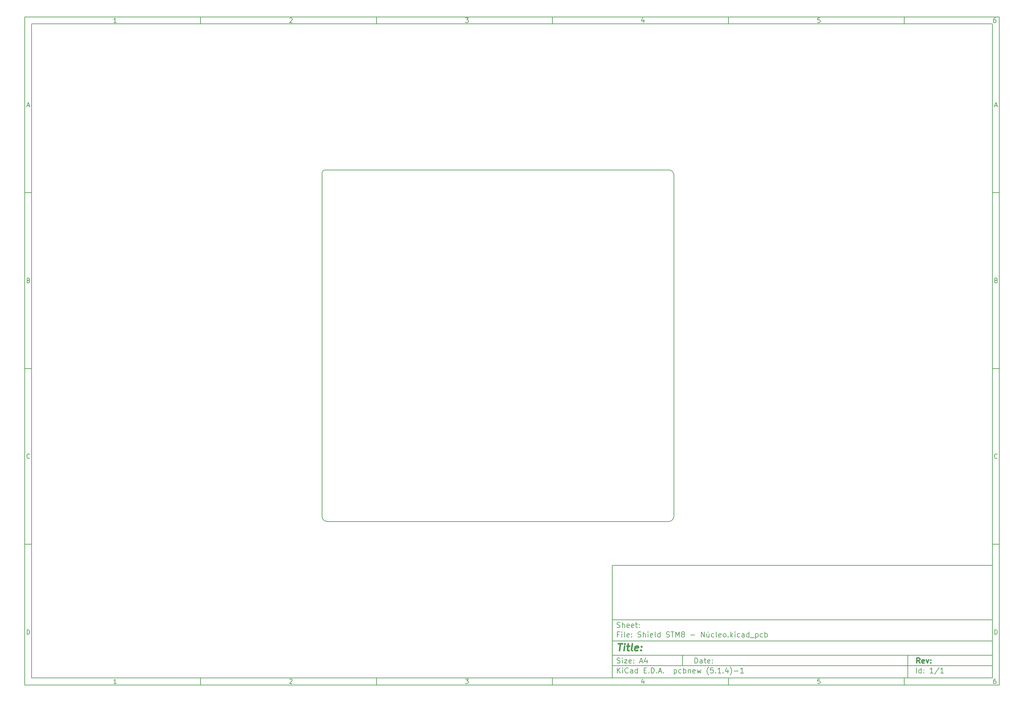
<source format=gbr>
G04 #@! TF.GenerationSoftware,KiCad,Pcbnew,(5.1.4)-1*
G04 #@! TF.CreationDate,2019-11-26T12:04:00-03:00*
G04 #@! TF.ProjectId,Shield STM8 - N_cleo,53686965-6c64-4205-9354-4d38202d204e,rev?*
G04 #@! TF.SameCoordinates,Original*
G04 #@! TF.FileFunction,Profile,NP*
%FSLAX46Y46*%
G04 Gerber Fmt 4.6, Leading zero omitted, Abs format (unit mm)*
G04 Created by KiCad (PCBNEW (5.1.4)-1) date 2019-11-26 12:04:00*
%MOMM*%
%LPD*%
G04 APERTURE LIST*
%ADD10C,0.100000*%
%ADD11C,0.150000*%
%ADD12C,0.300000*%
%ADD13C,0.400000*%
G04 APERTURE END LIST*
D10*
D11*
X177002200Y-166007200D02*
X177002200Y-198007200D01*
X285002200Y-198007200D01*
X285002200Y-166007200D01*
X177002200Y-166007200D01*
D10*
D11*
X10000000Y-10000000D02*
X10000000Y-200007200D01*
X287002200Y-200007200D01*
X287002200Y-10000000D01*
X10000000Y-10000000D01*
D10*
D11*
X12000000Y-12000000D02*
X12000000Y-198007200D01*
X285002200Y-198007200D01*
X285002200Y-12000000D01*
X12000000Y-12000000D01*
D10*
D11*
X60000000Y-12000000D02*
X60000000Y-10000000D01*
D10*
D11*
X110000000Y-12000000D02*
X110000000Y-10000000D01*
D10*
D11*
X160000000Y-12000000D02*
X160000000Y-10000000D01*
D10*
D11*
X210000000Y-12000000D02*
X210000000Y-10000000D01*
D10*
D11*
X260000000Y-12000000D02*
X260000000Y-10000000D01*
D10*
D11*
X36065476Y-11588095D02*
X35322619Y-11588095D01*
X35694047Y-11588095D02*
X35694047Y-10288095D01*
X35570238Y-10473809D01*
X35446428Y-10597619D01*
X35322619Y-10659523D01*
D10*
D11*
X85322619Y-10411904D02*
X85384523Y-10350000D01*
X85508333Y-10288095D01*
X85817857Y-10288095D01*
X85941666Y-10350000D01*
X86003571Y-10411904D01*
X86065476Y-10535714D01*
X86065476Y-10659523D01*
X86003571Y-10845238D01*
X85260714Y-11588095D01*
X86065476Y-11588095D01*
D10*
D11*
X135260714Y-10288095D02*
X136065476Y-10288095D01*
X135632142Y-10783333D01*
X135817857Y-10783333D01*
X135941666Y-10845238D01*
X136003571Y-10907142D01*
X136065476Y-11030952D01*
X136065476Y-11340476D01*
X136003571Y-11464285D01*
X135941666Y-11526190D01*
X135817857Y-11588095D01*
X135446428Y-11588095D01*
X135322619Y-11526190D01*
X135260714Y-11464285D01*
D10*
D11*
X185941666Y-10721428D02*
X185941666Y-11588095D01*
X185632142Y-10226190D02*
X185322619Y-11154761D01*
X186127380Y-11154761D01*
D10*
D11*
X236003571Y-10288095D02*
X235384523Y-10288095D01*
X235322619Y-10907142D01*
X235384523Y-10845238D01*
X235508333Y-10783333D01*
X235817857Y-10783333D01*
X235941666Y-10845238D01*
X236003571Y-10907142D01*
X236065476Y-11030952D01*
X236065476Y-11340476D01*
X236003571Y-11464285D01*
X235941666Y-11526190D01*
X235817857Y-11588095D01*
X235508333Y-11588095D01*
X235384523Y-11526190D01*
X235322619Y-11464285D01*
D10*
D11*
X285941666Y-10288095D02*
X285694047Y-10288095D01*
X285570238Y-10350000D01*
X285508333Y-10411904D01*
X285384523Y-10597619D01*
X285322619Y-10845238D01*
X285322619Y-11340476D01*
X285384523Y-11464285D01*
X285446428Y-11526190D01*
X285570238Y-11588095D01*
X285817857Y-11588095D01*
X285941666Y-11526190D01*
X286003571Y-11464285D01*
X286065476Y-11340476D01*
X286065476Y-11030952D01*
X286003571Y-10907142D01*
X285941666Y-10845238D01*
X285817857Y-10783333D01*
X285570238Y-10783333D01*
X285446428Y-10845238D01*
X285384523Y-10907142D01*
X285322619Y-11030952D01*
D10*
D11*
X60000000Y-198007200D02*
X60000000Y-200007200D01*
D10*
D11*
X110000000Y-198007200D02*
X110000000Y-200007200D01*
D10*
D11*
X160000000Y-198007200D02*
X160000000Y-200007200D01*
D10*
D11*
X210000000Y-198007200D02*
X210000000Y-200007200D01*
D10*
D11*
X260000000Y-198007200D02*
X260000000Y-200007200D01*
D10*
D11*
X36065476Y-199595295D02*
X35322619Y-199595295D01*
X35694047Y-199595295D02*
X35694047Y-198295295D01*
X35570238Y-198481009D01*
X35446428Y-198604819D01*
X35322619Y-198666723D01*
D10*
D11*
X85322619Y-198419104D02*
X85384523Y-198357200D01*
X85508333Y-198295295D01*
X85817857Y-198295295D01*
X85941666Y-198357200D01*
X86003571Y-198419104D01*
X86065476Y-198542914D01*
X86065476Y-198666723D01*
X86003571Y-198852438D01*
X85260714Y-199595295D01*
X86065476Y-199595295D01*
D10*
D11*
X135260714Y-198295295D02*
X136065476Y-198295295D01*
X135632142Y-198790533D01*
X135817857Y-198790533D01*
X135941666Y-198852438D01*
X136003571Y-198914342D01*
X136065476Y-199038152D01*
X136065476Y-199347676D01*
X136003571Y-199471485D01*
X135941666Y-199533390D01*
X135817857Y-199595295D01*
X135446428Y-199595295D01*
X135322619Y-199533390D01*
X135260714Y-199471485D01*
D10*
D11*
X185941666Y-198728628D02*
X185941666Y-199595295D01*
X185632142Y-198233390D02*
X185322619Y-199161961D01*
X186127380Y-199161961D01*
D10*
D11*
X236003571Y-198295295D02*
X235384523Y-198295295D01*
X235322619Y-198914342D01*
X235384523Y-198852438D01*
X235508333Y-198790533D01*
X235817857Y-198790533D01*
X235941666Y-198852438D01*
X236003571Y-198914342D01*
X236065476Y-199038152D01*
X236065476Y-199347676D01*
X236003571Y-199471485D01*
X235941666Y-199533390D01*
X235817857Y-199595295D01*
X235508333Y-199595295D01*
X235384523Y-199533390D01*
X235322619Y-199471485D01*
D10*
D11*
X285941666Y-198295295D02*
X285694047Y-198295295D01*
X285570238Y-198357200D01*
X285508333Y-198419104D01*
X285384523Y-198604819D01*
X285322619Y-198852438D01*
X285322619Y-199347676D01*
X285384523Y-199471485D01*
X285446428Y-199533390D01*
X285570238Y-199595295D01*
X285817857Y-199595295D01*
X285941666Y-199533390D01*
X286003571Y-199471485D01*
X286065476Y-199347676D01*
X286065476Y-199038152D01*
X286003571Y-198914342D01*
X285941666Y-198852438D01*
X285817857Y-198790533D01*
X285570238Y-198790533D01*
X285446428Y-198852438D01*
X285384523Y-198914342D01*
X285322619Y-199038152D01*
D10*
D11*
X10000000Y-60000000D02*
X12000000Y-60000000D01*
D10*
D11*
X10000000Y-110000000D02*
X12000000Y-110000000D01*
D10*
D11*
X10000000Y-160000000D02*
X12000000Y-160000000D01*
D10*
D11*
X10690476Y-35216666D02*
X11309523Y-35216666D01*
X10566666Y-35588095D02*
X11000000Y-34288095D01*
X11433333Y-35588095D01*
D10*
D11*
X11092857Y-84907142D02*
X11278571Y-84969047D01*
X11340476Y-85030952D01*
X11402380Y-85154761D01*
X11402380Y-85340476D01*
X11340476Y-85464285D01*
X11278571Y-85526190D01*
X11154761Y-85588095D01*
X10659523Y-85588095D01*
X10659523Y-84288095D01*
X11092857Y-84288095D01*
X11216666Y-84350000D01*
X11278571Y-84411904D01*
X11340476Y-84535714D01*
X11340476Y-84659523D01*
X11278571Y-84783333D01*
X11216666Y-84845238D01*
X11092857Y-84907142D01*
X10659523Y-84907142D01*
D10*
D11*
X11402380Y-135464285D02*
X11340476Y-135526190D01*
X11154761Y-135588095D01*
X11030952Y-135588095D01*
X10845238Y-135526190D01*
X10721428Y-135402380D01*
X10659523Y-135278571D01*
X10597619Y-135030952D01*
X10597619Y-134845238D01*
X10659523Y-134597619D01*
X10721428Y-134473809D01*
X10845238Y-134350000D01*
X11030952Y-134288095D01*
X11154761Y-134288095D01*
X11340476Y-134350000D01*
X11402380Y-134411904D01*
D10*
D11*
X10659523Y-185588095D02*
X10659523Y-184288095D01*
X10969047Y-184288095D01*
X11154761Y-184350000D01*
X11278571Y-184473809D01*
X11340476Y-184597619D01*
X11402380Y-184845238D01*
X11402380Y-185030952D01*
X11340476Y-185278571D01*
X11278571Y-185402380D01*
X11154761Y-185526190D01*
X10969047Y-185588095D01*
X10659523Y-185588095D01*
D10*
D11*
X287002200Y-60000000D02*
X285002200Y-60000000D01*
D10*
D11*
X287002200Y-110000000D02*
X285002200Y-110000000D01*
D10*
D11*
X287002200Y-160000000D02*
X285002200Y-160000000D01*
D10*
D11*
X285692676Y-35216666D02*
X286311723Y-35216666D01*
X285568866Y-35588095D02*
X286002200Y-34288095D01*
X286435533Y-35588095D01*
D10*
D11*
X286095057Y-84907142D02*
X286280771Y-84969047D01*
X286342676Y-85030952D01*
X286404580Y-85154761D01*
X286404580Y-85340476D01*
X286342676Y-85464285D01*
X286280771Y-85526190D01*
X286156961Y-85588095D01*
X285661723Y-85588095D01*
X285661723Y-84288095D01*
X286095057Y-84288095D01*
X286218866Y-84350000D01*
X286280771Y-84411904D01*
X286342676Y-84535714D01*
X286342676Y-84659523D01*
X286280771Y-84783333D01*
X286218866Y-84845238D01*
X286095057Y-84907142D01*
X285661723Y-84907142D01*
D10*
D11*
X286404580Y-135464285D02*
X286342676Y-135526190D01*
X286156961Y-135588095D01*
X286033152Y-135588095D01*
X285847438Y-135526190D01*
X285723628Y-135402380D01*
X285661723Y-135278571D01*
X285599819Y-135030952D01*
X285599819Y-134845238D01*
X285661723Y-134597619D01*
X285723628Y-134473809D01*
X285847438Y-134350000D01*
X286033152Y-134288095D01*
X286156961Y-134288095D01*
X286342676Y-134350000D01*
X286404580Y-134411904D01*
D10*
D11*
X285661723Y-185588095D02*
X285661723Y-184288095D01*
X285971247Y-184288095D01*
X286156961Y-184350000D01*
X286280771Y-184473809D01*
X286342676Y-184597619D01*
X286404580Y-184845238D01*
X286404580Y-185030952D01*
X286342676Y-185278571D01*
X286280771Y-185402380D01*
X286156961Y-185526190D01*
X285971247Y-185588095D01*
X285661723Y-185588095D01*
D10*
D11*
X200434342Y-193785771D02*
X200434342Y-192285771D01*
X200791485Y-192285771D01*
X201005771Y-192357200D01*
X201148628Y-192500057D01*
X201220057Y-192642914D01*
X201291485Y-192928628D01*
X201291485Y-193142914D01*
X201220057Y-193428628D01*
X201148628Y-193571485D01*
X201005771Y-193714342D01*
X200791485Y-193785771D01*
X200434342Y-193785771D01*
X202577200Y-193785771D02*
X202577200Y-193000057D01*
X202505771Y-192857200D01*
X202362914Y-192785771D01*
X202077200Y-192785771D01*
X201934342Y-192857200D01*
X202577200Y-193714342D02*
X202434342Y-193785771D01*
X202077200Y-193785771D01*
X201934342Y-193714342D01*
X201862914Y-193571485D01*
X201862914Y-193428628D01*
X201934342Y-193285771D01*
X202077200Y-193214342D01*
X202434342Y-193214342D01*
X202577200Y-193142914D01*
X203077200Y-192785771D02*
X203648628Y-192785771D01*
X203291485Y-192285771D02*
X203291485Y-193571485D01*
X203362914Y-193714342D01*
X203505771Y-193785771D01*
X203648628Y-193785771D01*
X204720057Y-193714342D02*
X204577200Y-193785771D01*
X204291485Y-193785771D01*
X204148628Y-193714342D01*
X204077200Y-193571485D01*
X204077200Y-193000057D01*
X204148628Y-192857200D01*
X204291485Y-192785771D01*
X204577200Y-192785771D01*
X204720057Y-192857200D01*
X204791485Y-193000057D01*
X204791485Y-193142914D01*
X204077200Y-193285771D01*
X205434342Y-193642914D02*
X205505771Y-193714342D01*
X205434342Y-193785771D01*
X205362914Y-193714342D01*
X205434342Y-193642914D01*
X205434342Y-193785771D01*
X205434342Y-192857200D02*
X205505771Y-192928628D01*
X205434342Y-193000057D01*
X205362914Y-192928628D01*
X205434342Y-192857200D01*
X205434342Y-193000057D01*
D10*
D11*
X177002200Y-194507200D02*
X285002200Y-194507200D01*
D10*
D11*
X178434342Y-196585771D02*
X178434342Y-195085771D01*
X179291485Y-196585771D02*
X178648628Y-195728628D01*
X179291485Y-195085771D02*
X178434342Y-195942914D01*
X179934342Y-196585771D02*
X179934342Y-195585771D01*
X179934342Y-195085771D02*
X179862914Y-195157200D01*
X179934342Y-195228628D01*
X180005771Y-195157200D01*
X179934342Y-195085771D01*
X179934342Y-195228628D01*
X181505771Y-196442914D02*
X181434342Y-196514342D01*
X181220057Y-196585771D01*
X181077200Y-196585771D01*
X180862914Y-196514342D01*
X180720057Y-196371485D01*
X180648628Y-196228628D01*
X180577200Y-195942914D01*
X180577200Y-195728628D01*
X180648628Y-195442914D01*
X180720057Y-195300057D01*
X180862914Y-195157200D01*
X181077200Y-195085771D01*
X181220057Y-195085771D01*
X181434342Y-195157200D01*
X181505771Y-195228628D01*
X182791485Y-196585771D02*
X182791485Y-195800057D01*
X182720057Y-195657200D01*
X182577200Y-195585771D01*
X182291485Y-195585771D01*
X182148628Y-195657200D01*
X182791485Y-196514342D02*
X182648628Y-196585771D01*
X182291485Y-196585771D01*
X182148628Y-196514342D01*
X182077200Y-196371485D01*
X182077200Y-196228628D01*
X182148628Y-196085771D01*
X182291485Y-196014342D01*
X182648628Y-196014342D01*
X182791485Y-195942914D01*
X184148628Y-196585771D02*
X184148628Y-195085771D01*
X184148628Y-196514342D02*
X184005771Y-196585771D01*
X183720057Y-196585771D01*
X183577200Y-196514342D01*
X183505771Y-196442914D01*
X183434342Y-196300057D01*
X183434342Y-195871485D01*
X183505771Y-195728628D01*
X183577200Y-195657200D01*
X183720057Y-195585771D01*
X184005771Y-195585771D01*
X184148628Y-195657200D01*
X186005771Y-195800057D02*
X186505771Y-195800057D01*
X186720057Y-196585771D02*
X186005771Y-196585771D01*
X186005771Y-195085771D01*
X186720057Y-195085771D01*
X187362914Y-196442914D02*
X187434342Y-196514342D01*
X187362914Y-196585771D01*
X187291485Y-196514342D01*
X187362914Y-196442914D01*
X187362914Y-196585771D01*
X188077200Y-196585771D02*
X188077200Y-195085771D01*
X188434342Y-195085771D01*
X188648628Y-195157200D01*
X188791485Y-195300057D01*
X188862914Y-195442914D01*
X188934342Y-195728628D01*
X188934342Y-195942914D01*
X188862914Y-196228628D01*
X188791485Y-196371485D01*
X188648628Y-196514342D01*
X188434342Y-196585771D01*
X188077200Y-196585771D01*
X189577200Y-196442914D02*
X189648628Y-196514342D01*
X189577200Y-196585771D01*
X189505771Y-196514342D01*
X189577200Y-196442914D01*
X189577200Y-196585771D01*
X190220057Y-196157200D02*
X190934342Y-196157200D01*
X190077200Y-196585771D02*
X190577200Y-195085771D01*
X191077200Y-196585771D01*
X191577200Y-196442914D02*
X191648628Y-196514342D01*
X191577200Y-196585771D01*
X191505771Y-196514342D01*
X191577200Y-196442914D01*
X191577200Y-196585771D01*
X194577200Y-195585771D02*
X194577200Y-197085771D01*
X194577200Y-195657200D02*
X194720057Y-195585771D01*
X195005771Y-195585771D01*
X195148628Y-195657200D01*
X195220057Y-195728628D01*
X195291485Y-195871485D01*
X195291485Y-196300057D01*
X195220057Y-196442914D01*
X195148628Y-196514342D01*
X195005771Y-196585771D01*
X194720057Y-196585771D01*
X194577200Y-196514342D01*
X196577200Y-196514342D02*
X196434342Y-196585771D01*
X196148628Y-196585771D01*
X196005771Y-196514342D01*
X195934342Y-196442914D01*
X195862914Y-196300057D01*
X195862914Y-195871485D01*
X195934342Y-195728628D01*
X196005771Y-195657200D01*
X196148628Y-195585771D01*
X196434342Y-195585771D01*
X196577200Y-195657200D01*
X197220057Y-196585771D02*
X197220057Y-195085771D01*
X197220057Y-195657200D02*
X197362914Y-195585771D01*
X197648628Y-195585771D01*
X197791485Y-195657200D01*
X197862914Y-195728628D01*
X197934342Y-195871485D01*
X197934342Y-196300057D01*
X197862914Y-196442914D01*
X197791485Y-196514342D01*
X197648628Y-196585771D01*
X197362914Y-196585771D01*
X197220057Y-196514342D01*
X198577200Y-195585771D02*
X198577200Y-196585771D01*
X198577200Y-195728628D02*
X198648628Y-195657200D01*
X198791485Y-195585771D01*
X199005771Y-195585771D01*
X199148628Y-195657200D01*
X199220057Y-195800057D01*
X199220057Y-196585771D01*
X200505771Y-196514342D02*
X200362914Y-196585771D01*
X200077200Y-196585771D01*
X199934342Y-196514342D01*
X199862914Y-196371485D01*
X199862914Y-195800057D01*
X199934342Y-195657200D01*
X200077200Y-195585771D01*
X200362914Y-195585771D01*
X200505771Y-195657200D01*
X200577200Y-195800057D01*
X200577200Y-195942914D01*
X199862914Y-196085771D01*
X201077200Y-195585771D02*
X201362914Y-196585771D01*
X201648628Y-195871485D01*
X201934342Y-196585771D01*
X202220057Y-195585771D01*
X204362914Y-197157200D02*
X204291485Y-197085771D01*
X204148628Y-196871485D01*
X204077200Y-196728628D01*
X204005771Y-196514342D01*
X203934342Y-196157200D01*
X203934342Y-195871485D01*
X204005771Y-195514342D01*
X204077200Y-195300057D01*
X204148628Y-195157200D01*
X204291485Y-194942914D01*
X204362914Y-194871485D01*
X205648628Y-195085771D02*
X204934342Y-195085771D01*
X204862914Y-195800057D01*
X204934342Y-195728628D01*
X205077200Y-195657200D01*
X205434342Y-195657200D01*
X205577200Y-195728628D01*
X205648628Y-195800057D01*
X205720057Y-195942914D01*
X205720057Y-196300057D01*
X205648628Y-196442914D01*
X205577200Y-196514342D01*
X205434342Y-196585771D01*
X205077200Y-196585771D01*
X204934342Y-196514342D01*
X204862914Y-196442914D01*
X206362914Y-196442914D02*
X206434342Y-196514342D01*
X206362914Y-196585771D01*
X206291485Y-196514342D01*
X206362914Y-196442914D01*
X206362914Y-196585771D01*
X207862914Y-196585771D02*
X207005771Y-196585771D01*
X207434342Y-196585771D02*
X207434342Y-195085771D01*
X207291485Y-195300057D01*
X207148628Y-195442914D01*
X207005771Y-195514342D01*
X208505771Y-196442914D02*
X208577200Y-196514342D01*
X208505771Y-196585771D01*
X208434342Y-196514342D01*
X208505771Y-196442914D01*
X208505771Y-196585771D01*
X209862914Y-195585771D02*
X209862914Y-196585771D01*
X209505771Y-195014342D02*
X209148628Y-196085771D01*
X210077200Y-196085771D01*
X210505771Y-197157200D02*
X210577200Y-197085771D01*
X210720057Y-196871485D01*
X210791485Y-196728628D01*
X210862914Y-196514342D01*
X210934342Y-196157200D01*
X210934342Y-195871485D01*
X210862914Y-195514342D01*
X210791485Y-195300057D01*
X210720057Y-195157200D01*
X210577200Y-194942914D01*
X210505771Y-194871485D01*
X211648628Y-196014342D02*
X212791485Y-196014342D01*
X214291485Y-196585771D02*
X213434342Y-196585771D01*
X213862914Y-196585771D02*
X213862914Y-195085771D01*
X213720057Y-195300057D01*
X213577200Y-195442914D01*
X213434342Y-195514342D01*
D10*
D11*
X177002200Y-191507200D02*
X285002200Y-191507200D01*
D10*
D12*
X264411485Y-193785771D02*
X263911485Y-193071485D01*
X263554342Y-193785771D02*
X263554342Y-192285771D01*
X264125771Y-192285771D01*
X264268628Y-192357200D01*
X264340057Y-192428628D01*
X264411485Y-192571485D01*
X264411485Y-192785771D01*
X264340057Y-192928628D01*
X264268628Y-193000057D01*
X264125771Y-193071485D01*
X263554342Y-193071485D01*
X265625771Y-193714342D02*
X265482914Y-193785771D01*
X265197200Y-193785771D01*
X265054342Y-193714342D01*
X264982914Y-193571485D01*
X264982914Y-193000057D01*
X265054342Y-192857200D01*
X265197200Y-192785771D01*
X265482914Y-192785771D01*
X265625771Y-192857200D01*
X265697200Y-193000057D01*
X265697200Y-193142914D01*
X264982914Y-193285771D01*
X266197200Y-192785771D02*
X266554342Y-193785771D01*
X266911485Y-192785771D01*
X267482914Y-193642914D02*
X267554342Y-193714342D01*
X267482914Y-193785771D01*
X267411485Y-193714342D01*
X267482914Y-193642914D01*
X267482914Y-193785771D01*
X267482914Y-192857200D02*
X267554342Y-192928628D01*
X267482914Y-193000057D01*
X267411485Y-192928628D01*
X267482914Y-192857200D01*
X267482914Y-193000057D01*
D10*
D11*
X178362914Y-193714342D02*
X178577200Y-193785771D01*
X178934342Y-193785771D01*
X179077200Y-193714342D01*
X179148628Y-193642914D01*
X179220057Y-193500057D01*
X179220057Y-193357200D01*
X179148628Y-193214342D01*
X179077200Y-193142914D01*
X178934342Y-193071485D01*
X178648628Y-193000057D01*
X178505771Y-192928628D01*
X178434342Y-192857200D01*
X178362914Y-192714342D01*
X178362914Y-192571485D01*
X178434342Y-192428628D01*
X178505771Y-192357200D01*
X178648628Y-192285771D01*
X179005771Y-192285771D01*
X179220057Y-192357200D01*
X179862914Y-193785771D02*
X179862914Y-192785771D01*
X179862914Y-192285771D02*
X179791485Y-192357200D01*
X179862914Y-192428628D01*
X179934342Y-192357200D01*
X179862914Y-192285771D01*
X179862914Y-192428628D01*
X180434342Y-192785771D02*
X181220057Y-192785771D01*
X180434342Y-193785771D01*
X181220057Y-193785771D01*
X182362914Y-193714342D02*
X182220057Y-193785771D01*
X181934342Y-193785771D01*
X181791485Y-193714342D01*
X181720057Y-193571485D01*
X181720057Y-193000057D01*
X181791485Y-192857200D01*
X181934342Y-192785771D01*
X182220057Y-192785771D01*
X182362914Y-192857200D01*
X182434342Y-193000057D01*
X182434342Y-193142914D01*
X181720057Y-193285771D01*
X183077200Y-193642914D02*
X183148628Y-193714342D01*
X183077200Y-193785771D01*
X183005771Y-193714342D01*
X183077200Y-193642914D01*
X183077200Y-193785771D01*
X183077200Y-192857200D02*
X183148628Y-192928628D01*
X183077200Y-193000057D01*
X183005771Y-192928628D01*
X183077200Y-192857200D01*
X183077200Y-193000057D01*
X184862914Y-193357200D02*
X185577200Y-193357200D01*
X184720057Y-193785771D02*
X185220057Y-192285771D01*
X185720057Y-193785771D01*
X186862914Y-192785771D02*
X186862914Y-193785771D01*
X186505771Y-192214342D02*
X186148628Y-193285771D01*
X187077200Y-193285771D01*
D10*
D11*
X263434342Y-196585771D02*
X263434342Y-195085771D01*
X264791485Y-196585771D02*
X264791485Y-195085771D01*
X264791485Y-196514342D02*
X264648628Y-196585771D01*
X264362914Y-196585771D01*
X264220057Y-196514342D01*
X264148628Y-196442914D01*
X264077200Y-196300057D01*
X264077200Y-195871485D01*
X264148628Y-195728628D01*
X264220057Y-195657200D01*
X264362914Y-195585771D01*
X264648628Y-195585771D01*
X264791485Y-195657200D01*
X265505771Y-196442914D02*
X265577200Y-196514342D01*
X265505771Y-196585771D01*
X265434342Y-196514342D01*
X265505771Y-196442914D01*
X265505771Y-196585771D01*
X265505771Y-195657200D02*
X265577200Y-195728628D01*
X265505771Y-195800057D01*
X265434342Y-195728628D01*
X265505771Y-195657200D01*
X265505771Y-195800057D01*
X268148628Y-196585771D02*
X267291485Y-196585771D01*
X267720057Y-196585771D02*
X267720057Y-195085771D01*
X267577200Y-195300057D01*
X267434342Y-195442914D01*
X267291485Y-195514342D01*
X269862914Y-195014342D02*
X268577200Y-196942914D01*
X271148628Y-196585771D02*
X270291485Y-196585771D01*
X270720057Y-196585771D02*
X270720057Y-195085771D01*
X270577200Y-195300057D01*
X270434342Y-195442914D01*
X270291485Y-195514342D01*
D10*
D11*
X177002200Y-187507200D02*
X285002200Y-187507200D01*
D10*
D13*
X178714580Y-188211961D02*
X179857438Y-188211961D01*
X179036009Y-190211961D02*
X179286009Y-188211961D01*
X180274104Y-190211961D02*
X180440771Y-188878628D01*
X180524104Y-188211961D02*
X180416961Y-188307200D01*
X180500295Y-188402438D01*
X180607438Y-188307200D01*
X180524104Y-188211961D01*
X180500295Y-188402438D01*
X181107438Y-188878628D02*
X181869342Y-188878628D01*
X181476485Y-188211961D02*
X181262200Y-189926247D01*
X181333628Y-190116723D01*
X181512200Y-190211961D01*
X181702676Y-190211961D01*
X182655057Y-190211961D02*
X182476485Y-190116723D01*
X182405057Y-189926247D01*
X182619342Y-188211961D01*
X184190771Y-190116723D02*
X183988390Y-190211961D01*
X183607438Y-190211961D01*
X183428866Y-190116723D01*
X183357438Y-189926247D01*
X183452676Y-189164342D01*
X183571723Y-188973866D01*
X183774104Y-188878628D01*
X184155057Y-188878628D01*
X184333628Y-188973866D01*
X184405057Y-189164342D01*
X184381247Y-189354819D01*
X183405057Y-189545295D01*
X185155057Y-190021485D02*
X185238390Y-190116723D01*
X185131247Y-190211961D01*
X185047914Y-190116723D01*
X185155057Y-190021485D01*
X185131247Y-190211961D01*
X185286009Y-188973866D02*
X185369342Y-189069104D01*
X185262200Y-189164342D01*
X185178866Y-189069104D01*
X185286009Y-188973866D01*
X185262200Y-189164342D01*
D10*
D11*
X178934342Y-185600057D02*
X178434342Y-185600057D01*
X178434342Y-186385771D02*
X178434342Y-184885771D01*
X179148628Y-184885771D01*
X179720057Y-186385771D02*
X179720057Y-185385771D01*
X179720057Y-184885771D02*
X179648628Y-184957200D01*
X179720057Y-185028628D01*
X179791485Y-184957200D01*
X179720057Y-184885771D01*
X179720057Y-185028628D01*
X180648628Y-186385771D02*
X180505771Y-186314342D01*
X180434342Y-186171485D01*
X180434342Y-184885771D01*
X181791485Y-186314342D02*
X181648628Y-186385771D01*
X181362914Y-186385771D01*
X181220057Y-186314342D01*
X181148628Y-186171485D01*
X181148628Y-185600057D01*
X181220057Y-185457200D01*
X181362914Y-185385771D01*
X181648628Y-185385771D01*
X181791485Y-185457200D01*
X181862914Y-185600057D01*
X181862914Y-185742914D01*
X181148628Y-185885771D01*
X182505771Y-186242914D02*
X182577200Y-186314342D01*
X182505771Y-186385771D01*
X182434342Y-186314342D01*
X182505771Y-186242914D01*
X182505771Y-186385771D01*
X182505771Y-185457200D02*
X182577200Y-185528628D01*
X182505771Y-185600057D01*
X182434342Y-185528628D01*
X182505771Y-185457200D01*
X182505771Y-185600057D01*
X184291485Y-186314342D02*
X184505771Y-186385771D01*
X184862914Y-186385771D01*
X185005771Y-186314342D01*
X185077200Y-186242914D01*
X185148628Y-186100057D01*
X185148628Y-185957200D01*
X185077200Y-185814342D01*
X185005771Y-185742914D01*
X184862914Y-185671485D01*
X184577200Y-185600057D01*
X184434342Y-185528628D01*
X184362914Y-185457200D01*
X184291485Y-185314342D01*
X184291485Y-185171485D01*
X184362914Y-185028628D01*
X184434342Y-184957200D01*
X184577200Y-184885771D01*
X184934342Y-184885771D01*
X185148628Y-184957200D01*
X185791485Y-186385771D02*
X185791485Y-184885771D01*
X186434342Y-186385771D02*
X186434342Y-185600057D01*
X186362914Y-185457200D01*
X186220057Y-185385771D01*
X186005771Y-185385771D01*
X185862914Y-185457200D01*
X185791485Y-185528628D01*
X187148628Y-186385771D02*
X187148628Y-185385771D01*
X187148628Y-184885771D02*
X187077200Y-184957200D01*
X187148628Y-185028628D01*
X187220057Y-184957200D01*
X187148628Y-184885771D01*
X187148628Y-185028628D01*
X188434342Y-186314342D02*
X188291485Y-186385771D01*
X188005771Y-186385771D01*
X187862914Y-186314342D01*
X187791485Y-186171485D01*
X187791485Y-185600057D01*
X187862914Y-185457200D01*
X188005771Y-185385771D01*
X188291485Y-185385771D01*
X188434342Y-185457200D01*
X188505771Y-185600057D01*
X188505771Y-185742914D01*
X187791485Y-185885771D01*
X189362914Y-186385771D02*
X189220057Y-186314342D01*
X189148628Y-186171485D01*
X189148628Y-184885771D01*
X190577200Y-186385771D02*
X190577200Y-184885771D01*
X190577200Y-186314342D02*
X190434342Y-186385771D01*
X190148628Y-186385771D01*
X190005771Y-186314342D01*
X189934342Y-186242914D01*
X189862914Y-186100057D01*
X189862914Y-185671485D01*
X189934342Y-185528628D01*
X190005771Y-185457200D01*
X190148628Y-185385771D01*
X190434342Y-185385771D01*
X190577200Y-185457200D01*
X192362914Y-186314342D02*
X192577200Y-186385771D01*
X192934342Y-186385771D01*
X193077200Y-186314342D01*
X193148628Y-186242914D01*
X193220057Y-186100057D01*
X193220057Y-185957200D01*
X193148628Y-185814342D01*
X193077200Y-185742914D01*
X192934342Y-185671485D01*
X192648628Y-185600057D01*
X192505771Y-185528628D01*
X192434342Y-185457200D01*
X192362914Y-185314342D01*
X192362914Y-185171485D01*
X192434342Y-185028628D01*
X192505771Y-184957200D01*
X192648628Y-184885771D01*
X193005771Y-184885771D01*
X193220057Y-184957200D01*
X193648628Y-184885771D02*
X194505771Y-184885771D01*
X194077200Y-186385771D02*
X194077200Y-184885771D01*
X195005771Y-186385771D02*
X195005771Y-184885771D01*
X195505771Y-185957200D01*
X196005771Y-184885771D01*
X196005771Y-186385771D01*
X196934342Y-185528628D02*
X196791485Y-185457200D01*
X196720057Y-185385771D01*
X196648628Y-185242914D01*
X196648628Y-185171485D01*
X196720057Y-185028628D01*
X196791485Y-184957200D01*
X196934342Y-184885771D01*
X197220057Y-184885771D01*
X197362914Y-184957200D01*
X197434342Y-185028628D01*
X197505771Y-185171485D01*
X197505771Y-185242914D01*
X197434342Y-185385771D01*
X197362914Y-185457200D01*
X197220057Y-185528628D01*
X196934342Y-185528628D01*
X196791485Y-185600057D01*
X196720057Y-185671485D01*
X196648628Y-185814342D01*
X196648628Y-186100057D01*
X196720057Y-186242914D01*
X196791485Y-186314342D01*
X196934342Y-186385771D01*
X197220057Y-186385771D01*
X197362914Y-186314342D01*
X197434342Y-186242914D01*
X197505771Y-186100057D01*
X197505771Y-185814342D01*
X197434342Y-185671485D01*
X197362914Y-185600057D01*
X197220057Y-185528628D01*
X199291485Y-185814342D02*
X200434342Y-185814342D01*
X202291485Y-186385771D02*
X202291485Y-184885771D01*
X203148628Y-186385771D01*
X203148628Y-184885771D01*
X204505771Y-185385771D02*
X204505771Y-186385771D01*
X203862914Y-185385771D02*
X203862914Y-186171485D01*
X203934342Y-186314342D01*
X204077200Y-186385771D01*
X204291485Y-186385771D01*
X204434342Y-186314342D01*
X204505771Y-186242914D01*
X204362914Y-184814342D02*
X204148628Y-185028628D01*
X205862914Y-186314342D02*
X205720057Y-186385771D01*
X205434342Y-186385771D01*
X205291485Y-186314342D01*
X205220057Y-186242914D01*
X205148628Y-186100057D01*
X205148628Y-185671485D01*
X205220057Y-185528628D01*
X205291485Y-185457200D01*
X205434342Y-185385771D01*
X205720057Y-185385771D01*
X205862914Y-185457200D01*
X206720057Y-186385771D02*
X206577200Y-186314342D01*
X206505771Y-186171485D01*
X206505771Y-184885771D01*
X207862914Y-186314342D02*
X207720057Y-186385771D01*
X207434342Y-186385771D01*
X207291485Y-186314342D01*
X207220057Y-186171485D01*
X207220057Y-185600057D01*
X207291485Y-185457200D01*
X207434342Y-185385771D01*
X207720057Y-185385771D01*
X207862914Y-185457200D01*
X207934342Y-185600057D01*
X207934342Y-185742914D01*
X207220057Y-185885771D01*
X208791485Y-186385771D02*
X208648628Y-186314342D01*
X208577200Y-186242914D01*
X208505771Y-186100057D01*
X208505771Y-185671485D01*
X208577200Y-185528628D01*
X208648628Y-185457200D01*
X208791485Y-185385771D01*
X209005771Y-185385771D01*
X209148628Y-185457200D01*
X209220057Y-185528628D01*
X209291485Y-185671485D01*
X209291485Y-186100057D01*
X209220057Y-186242914D01*
X209148628Y-186314342D01*
X209005771Y-186385771D01*
X208791485Y-186385771D01*
X209934342Y-186242914D02*
X210005771Y-186314342D01*
X209934342Y-186385771D01*
X209862914Y-186314342D01*
X209934342Y-186242914D01*
X209934342Y-186385771D01*
X210648628Y-186385771D02*
X210648628Y-184885771D01*
X210791485Y-185814342D02*
X211220057Y-186385771D01*
X211220057Y-185385771D02*
X210648628Y-185957200D01*
X211862914Y-186385771D02*
X211862914Y-185385771D01*
X211862914Y-184885771D02*
X211791485Y-184957200D01*
X211862914Y-185028628D01*
X211934342Y-184957200D01*
X211862914Y-184885771D01*
X211862914Y-185028628D01*
X213220057Y-186314342D02*
X213077200Y-186385771D01*
X212791485Y-186385771D01*
X212648628Y-186314342D01*
X212577200Y-186242914D01*
X212505771Y-186100057D01*
X212505771Y-185671485D01*
X212577200Y-185528628D01*
X212648628Y-185457200D01*
X212791485Y-185385771D01*
X213077200Y-185385771D01*
X213220057Y-185457200D01*
X214505771Y-186385771D02*
X214505771Y-185600057D01*
X214434342Y-185457200D01*
X214291485Y-185385771D01*
X214005771Y-185385771D01*
X213862914Y-185457200D01*
X214505771Y-186314342D02*
X214362914Y-186385771D01*
X214005771Y-186385771D01*
X213862914Y-186314342D01*
X213791485Y-186171485D01*
X213791485Y-186028628D01*
X213862914Y-185885771D01*
X214005771Y-185814342D01*
X214362914Y-185814342D01*
X214505771Y-185742914D01*
X215862914Y-186385771D02*
X215862914Y-184885771D01*
X215862914Y-186314342D02*
X215720057Y-186385771D01*
X215434342Y-186385771D01*
X215291485Y-186314342D01*
X215220057Y-186242914D01*
X215148628Y-186100057D01*
X215148628Y-185671485D01*
X215220057Y-185528628D01*
X215291485Y-185457200D01*
X215434342Y-185385771D01*
X215720057Y-185385771D01*
X215862914Y-185457200D01*
X216220057Y-186528628D02*
X217362914Y-186528628D01*
X217720057Y-185385771D02*
X217720057Y-186885771D01*
X217720057Y-185457200D02*
X217862914Y-185385771D01*
X218148628Y-185385771D01*
X218291485Y-185457200D01*
X218362914Y-185528628D01*
X218434342Y-185671485D01*
X218434342Y-186100057D01*
X218362914Y-186242914D01*
X218291485Y-186314342D01*
X218148628Y-186385771D01*
X217862914Y-186385771D01*
X217720057Y-186314342D01*
X219720057Y-186314342D02*
X219577200Y-186385771D01*
X219291485Y-186385771D01*
X219148628Y-186314342D01*
X219077200Y-186242914D01*
X219005771Y-186100057D01*
X219005771Y-185671485D01*
X219077200Y-185528628D01*
X219148628Y-185457200D01*
X219291485Y-185385771D01*
X219577200Y-185385771D01*
X219720057Y-185457200D01*
X220362914Y-186385771D02*
X220362914Y-184885771D01*
X220362914Y-185457200D02*
X220505771Y-185385771D01*
X220791485Y-185385771D01*
X220934342Y-185457200D01*
X221005771Y-185528628D01*
X221077200Y-185671485D01*
X221077200Y-186100057D01*
X221005771Y-186242914D01*
X220934342Y-186314342D01*
X220791485Y-186385771D01*
X220505771Y-186385771D01*
X220362914Y-186314342D01*
D10*
D11*
X177002200Y-181507200D02*
X285002200Y-181507200D01*
D10*
D11*
X178362914Y-183614342D02*
X178577200Y-183685771D01*
X178934342Y-183685771D01*
X179077200Y-183614342D01*
X179148628Y-183542914D01*
X179220057Y-183400057D01*
X179220057Y-183257200D01*
X179148628Y-183114342D01*
X179077200Y-183042914D01*
X178934342Y-182971485D01*
X178648628Y-182900057D01*
X178505771Y-182828628D01*
X178434342Y-182757200D01*
X178362914Y-182614342D01*
X178362914Y-182471485D01*
X178434342Y-182328628D01*
X178505771Y-182257200D01*
X178648628Y-182185771D01*
X179005771Y-182185771D01*
X179220057Y-182257200D01*
X179862914Y-183685771D02*
X179862914Y-182185771D01*
X180505771Y-183685771D02*
X180505771Y-182900057D01*
X180434342Y-182757200D01*
X180291485Y-182685771D01*
X180077200Y-182685771D01*
X179934342Y-182757200D01*
X179862914Y-182828628D01*
X181791485Y-183614342D02*
X181648628Y-183685771D01*
X181362914Y-183685771D01*
X181220057Y-183614342D01*
X181148628Y-183471485D01*
X181148628Y-182900057D01*
X181220057Y-182757200D01*
X181362914Y-182685771D01*
X181648628Y-182685771D01*
X181791485Y-182757200D01*
X181862914Y-182900057D01*
X181862914Y-183042914D01*
X181148628Y-183185771D01*
X183077200Y-183614342D02*
X182934342Y-183685771D01*
X182648628Y-183685771D01*
X182505771Y-183614342D01*
X182434342Y-183471485D01*
X182434342Y-182900057D01*
X182505771Y-182757200D01*
X182648628Y-182685771D01*
X182934342Y-182685771D01*
X183077200Y-182757200D01*
X183148628Y-182900057D01*
X183148628Y-183042914D01*
X182434342Y-183185771D01*
X183577200Y-182685771D02*
X184148628Y-182685771D01*
X183791485Y-182185771D02*
X183791485Y-183471485D01*
X183862914Y-183614342D01*
X184005771Y-183685771D01*
X184148628Y-183685771D01*
X184648628Y-183542914D02*
X184720057Y-183614342D01*
X184648628Y-183685771D01*
X184577200Y-183614342D01*
X184648628Y-183542914D01*
X184648628Y-183685771D01*
X184648628Y-182757200D02*
X184720057Y-182828628D01*
X184648628Y-182900057D01*
X184577200Y-182828628D01*
X184648628Y-182757200D01*
X184648628Y-182900057D01*
D10*
D11*
X197002200Y-191507200D02*
X197002200Y-194507200D01*
D10*
D11*
X261002200Y-191507200D02*
X261002200Y-198007200D01*
X94500000Y-54500000D02*
G75*
G02X95500000Y-53500000I1000000J0D01*
G01*
X193000000Y-53500000D02*
G75*
G02X194500000Y-55000000I0J-1500000D01*
G01*
X194500000Y-152000000D02*
G75*
G02X193000000Y-153500000I-1500000J0D01*
G01*
X96000000Y-153500000D02*
G75*
G02X94500000Y-152000000I0J1500000D01*
G01*
X96000000Y-153500000D02*
X193000000Y-153500000D01*
X194500000Y-55000000D02*
X194500000Y-152000000D01*
X95500000Y-53500000D02*
X193000000Y-53500000D01*
X94500000Y-54500000D02*
X94500000Y-152000000D01*
M02*

</source>
